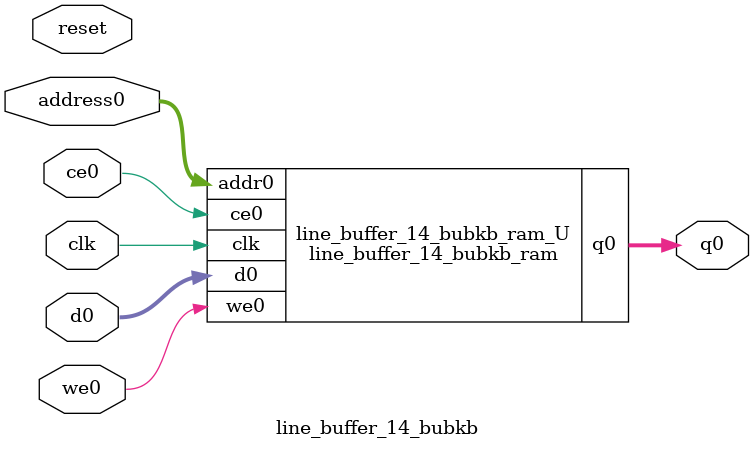
<source format=v>

`timescale 1 ns / 1 ps
module line_buffer_14_bubkb_ram (addr0, ce0, d0, we0, q0,  clk);

parameter DWIDTH = 16;
parameter AWIDTH = 12;
parameter MEM_SIZE = 2688;

input[AWIDTH-1:0] addr0;
input ce0;
input[DWIDTH-1:0] d0;
input we0;
output reg[DWIDTH-1:0] q0;
input clk;

(* ram_style = "block" *)reg [DWIDTH-1:0] ram[0:MEM_SIZE-1];




always @(posedge clk)  
begin 
    if (ce0) 
    begin
        if (we0) 
        begin 
            ram[addr0] <= d0; 
            q0 <= d0;
        end 
        else 
            q0 <= ram[addr0];
    end
end


endmodule


`timescale 1 ns / 1 ps
module line_buffer_14_bubkb(
    reset,
    clk,
    address0,
    ce0,
    we0,
    d0,
    q0);

parameter DataWidth = 32'd16;
parameter AddressRange = 32'd2688;
parameter AddressWidth = 32'd12;
input reset;
input clk;
input[AddressWidth - 1:0] address0;
input ce0;
input we0;
input[DataWidth - 1:0] d0;
output[DataWidth - 1:0] q0;



line_buffer_14_bubkb_ram line_buffer_14_bubkb_ram_U(
    .clk( clk ),
    .addr0( address0 ),
    .ce0( ce0 ),
    .d0( d0 ),
    .we0( we0 ),
    .q0( q0 ));

endmodule


</source>
